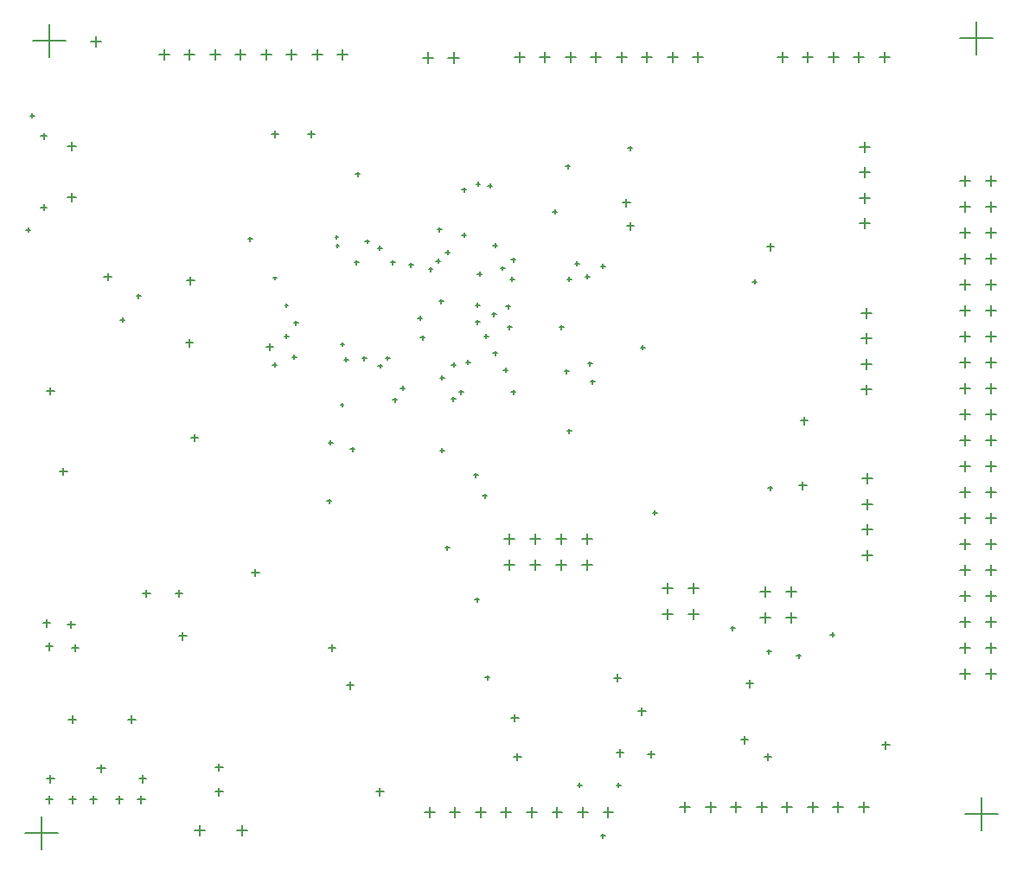
<source format=gbr>
G04*
G04 #@! TF.GenerationSoftware,Altium Limited,Altium Designer,24.2.2 (26)*
G04*
G04 Layer_Color=128*
%FSLAX44Y44*%
%MOMM*%
G71*
G04*
G04 #@! TF.SameCoordinates,251A4116-46B9-4EB5-9C36-AF9AACF17162*
G04*
G04*
G04 #@! TF.FilePolarity,Positive*
G04*
G01*
G75*
%ADD10C,0.1270*%
D10*
X219690Y30480D02*
X229890D01*
X224790Y25380D02*
Y35580D01*
X112360Y139440D02*
X120360D01*
X116360Y135440D02*
Y143440D01*
X82360Y91440D02*
X90360D01*
X86360Y87440D02*
Y95440D01*
X54360Y139440D02*
X62360D01*
X58360Y135440D02*
Y143440D01*
X76180Y802640D02*
X86380D01*
X81280Y797540D02*
Y807740D01*
X177780Y30480D02*
X187980D01*
X182880Y25380D02*
Y35580D01*
X268050Y789940D02*
X278050D01*
X273050Y784940D02*
Y794940D01*
X830660Y537210D02*
X840660D01*
X835660Y532210D02*
Y542210D01*
X616030Y787400D02*
X626030D01*
X621030Y782400D02*
Y792400D01*
X848440Y787400D02*
X858440D01*
X853440Y782400D02*
Y792400D01*
X27480Y710480D02*
X33480D01*
X30480Y707480D02*
Y713480D01*
X27480Y640480D02*
X33480D01*
X30480Y637480D02*
Y643480D01*
X53230Y700480D02*
X61730D01*
X57480Y696230D02*
Y704730D01*
X53230Y650480D02*
X61730D01*
X57480Y646230D02*
Y654730D01*
X703120Y53340D02*
X713120D01*
X708120Y48340D02*
Y58340D01*
X653120Y53340D02*
X663120D01*
X658120Y48340D02*
Y58340D01*
X753120Y53340D02*
X763120D01*
X758120Y48340D02*
Y58340D01*
X803120Y53340D02*
X813120D01*
X808120Y48340D02*
Y58340D01*
X828120Y53340D02*
X838120D01*
X833120Y48340D02*
Y58340D01*
X778120Y53340D02*
X788120D01*
X783120Y48340D02*
Y58340D01*
X678120Y53340D02*
X688120D01*
X683120Y48340D02*
Y58340D01*
X728120Y53340D02*
X738120D01*
X733120Y48340D02*
Y58340D01*
X453070Y48260D02*
X463070D01*
X458070Y43260D02*
Y53260D01*
X403070Y48260D02*
X413070D01*
X408070Y43260D02*
Y53260D01*
X503070Y48260D02*
X513070D01*
X508070Y43260D02*
Y53260D01*
X553070Y48260D02*
X563070D01*
X558070Y43260D02*
Y53260D01*
X578070Y48260D02*
X588070D01*
X583070Y43260D02*
Y53260D01*
X528070Y48260D02*
X538070D01*
X533070Y43260D02*
Y53260D01*
X428070Y48260D02*
X438070D01*
X433070Y43260D02*
Y53260D01*
X478070Y48260D02*
X488070D01*
X483070Y43260D02*
Y53260D01*
X426350Y787230D02*
X436850D01*
X431600Y781980D02*
Y792480D01*
X401350Y787230D02*
X411850D01*
X406600Y781980D02*
Y792480D01*
X143050Y789940D02*
X153050D01*
X148050Y784940D02*
Y794940D01*
X168050Y789940D02*
X178050D01*
X173050Y784940D02*
Y794940D01*
X193050Y789940D02*
X203050D01*
X198050Y784940D02*
Y794940D01*
X218050Y789940D02*
X228050D01*
X223050Y784940D02*
Y794940D01*
X318050Y789940D02*
X328050D01*
X323050Y784940D02*
Y794940D01*
X293050Y789940D02*
X303050D01*
X298050Y784940D02*
Y794940D01*
X243050Y789940D02*
X253050D01*
X248050Y784940D02*
Y794940D01*
X927610Y806450D02*
X959610D01*
X943610Y790450D02*
Y822450D01*
X11940Y27940D02*
X43940D01*
X27940Y11940D02*
Y43940D01*
X19560Y803910D02*
X51560D01*
X35560Y787910D02*
Y819910D01*
X932690Y46990D02*
X964690D01*
X948690Y30990D02*
Y62990D01*
X491030Y787400D02*
X501030D01*
X496030Y782400D02*
Y792400D01*
X516030Y787400D02*
X526030D01*
X521030Y782400D02*
Y792400D01*
X541030Y787400D02*
X551030D01*
X546030Y782400D02*
Y792400D01*
X566030Y787400D02*
X576030D01*
X571030Y782400D02*
Y792400D01*
X666030Y787400D02*
X676030D01*
X671030Y782400D02*
Y792400D01*
X641030Y787400D02*
X651030D01*
X646030Y782400D02*
Y792400D01*
X591030Y787400D02*
X601030D01*
X596030Y782400D02*
Y792400D01*
X823440Y787400D02*
X833440D01*
X828440Y782400D02*
Y792400D01*
X798440Y787400D02*
X808440D01*
X803440Y782400D02*
Y792400D01*
X773440Y787400D02*
X783440D01*
X778440Y782400D02*
Y792400D01*
X748440Y787400D02*
X758440D01*
X753440Y782400D02*
Y792400D01*
X829390Y699840D02*
X839390D01*
X834390Y694840D02*
Y704840D01*
X829390Y674840D02*
X839390D01*
X834390Y669840D02*
Y679840D01*
X829390Y624840D02*
X839390D01*
X834390Y619840D02*
Y629840D01*
X829390Y649840D02*
X839390D01*
X834390Y644840D02*
Y654840D01*
X830660Y512210D02*
X840660D01*
X835660Y507210D02*
Y517210D01*
X830660Y462210D02*
X840660D01*
X835660Y457210D02*
Y467210D01*
X830660Y487210D02*
X840660D01*
X835660Y482210D02*
Y492210D01*
X927080Y463550D02*
X937280D01*
X932180Y458450D02*
Y468650D01*
X952480Y463550D02*
X962680D01*
X957580Y458450D02*
Y468650D01*
X927080Y438150D02*
X937280D01*
X932180Y433050D02*
Y443250D01*
X927080Y412750D02*
X937280D01*
X932180Y407650D02*
Y417850D01*
X952480Y438150D02*
X962680D01*
X957580Y433050D02*
Y443250D01*
X952480Y412750D02*
X962680D01*
X957580Y407650D02*
Y417850D01*
X927080Y311150D02*
X937280D01*
X932180Y306050D02*
Y316250D01*
X927080Y285750D02*
X937280D01*
X932180Y280650D02*
Y290850D01*
X952480Y311150D02*
X962680D01*
X957580Y306050D02*
Y316250D01*
X952480Y285750D02*
X962680D01*
X957580Y280650D02*
Y290850D01*
X927080Y184150D02*
X937280D01*
X932180Y179050D02*
Y189250D01*
X952480Y209550D02*
X962680D01*
X957580Y204450D02*
Y214650D01*
X927080Y209550D02*
X937280D01*
X932180Y204450D02*
Y214650D01*
X952480Y234950D02*
X962680D01*
X957580Y229850D02*
Y240050D01*
X927080Y234950D02*
X937280D01*
X932180Y229850D02*
Y240050D01*
X952480Y260350D02*
X962680D01*
X957580Y255250D02*
Y265450D01*
X927080Y260350D02*
X937280D01*
X932180Y255250D02*
Y265450D01*
X952480Y336550D02*
X962680D01*
X957580Y331450D02*
Y341650D01*
X927080Y336550D02*
X937280D01*
X932180Y331450D02*
Y341650D01*
X952480Y361950D02*
X962680D01*
X957580Y356850D02*
Y367050D01*
X952480Y387350D02*
X962680D01*
X957580Y382250D02*
Y392450D01*
X927080Y361950D02*
X937280D01*
X932180Y356850D02*
Y367050D01*
X927080Y387350D02*
X937280D01*
X932180Y382250D02*
Y392450D01*
X952480Y488950D02*
X962680D01*
X957580Y483850D02*
Y494050D01*
X952480Y514350D02*
X962680D01*
X957580Y509250D02*
Y519450D01*
X952480Y539750D02*
X962680D01*
X957580Y534650D02*
Y544850D01*
X952480Y565150D02*
X962680D01*
X957580Y560050D02*
Y570250D01*
X927080Y488950D02*
X937280D01*
X932180Y483850D02*
Y494050D01*
X927080Y514350D02*
X937280D01*
X932180Y509250D02*
Y519450D01*
X927080Y539750D02*
X937280D01*
X932180Y534650D02*
Y544850D01*
X927080Y565150D02*
X937280D01*
X932180Y560050D02*
Y570250D01*
X952480Y590550D02*
X962680D01*
X957580Y585450D02*
Y595650D01*
X952480Y641350D02*
X962680D01*
X957580Y636250D02*
Y646450D01*
X952480Y666750D02*
X962680D01*
X957580Y661650D02*
Y671850D01*
X927080Y590550D02*
X937280D01*
X932180Y585450D02*
Y595650D01*
X927080Y615950D02*
X937280D01*
X932180Y610850D02*
Y621050D01*
X927080Y641350D02*
X937280D01*
X932180Y636250D02*
Y646450D01*
X927080Y666750D02*
X937280D01*
X932180Y661650D02*
Y671850D01*
X952480Y184150D02*
X962680D01*
X957580Y179050D02*
Y189250D01*
X952480Y615950D02*
X962680D01*
X957580Y610850D02*
Y621050D01*
X481310Y290830D02*
X491510D01*
X486410Y285730D02*
Y295930D01*
X481310Y316230D02*
X491510D01*
X486410Y311130D02*
Y321330D01*
X506710Y290830D02*
X516910D01*
X511810Y285730D02*
Y295930D01*
X506710Y316230D02*
X516910D01*
X511810Y311130D02*
Y321330D01*
X532110Y290830D02*
X542310D01*
X537210Y285730D02*
Y295930D01*
X532110Y316230D02*
X542310D01*
X537210Y311130D02*
Y321330D01*
X557510Y290830D02*
X567710D01*
X562610Y285730D02*
Y295930D01*
X557510Y316230D02*
X567710D01*
X562610Y311130D02*
Y321330D01*
X661650Y267970D02*
X671850D01*
X666750Y262870D02*
Y273070D01*
X661650Y242570D02*
X671850D01*
X666750Y237470D02*
Y247670D01*
X636250Y267970D02*
X646450D01*
X641350Y262870D02*
Y273070D01*
X636250Y242570D02*
X646450D01*
X641350Y237470D02*
Y247670D01*
X756900Y264160D02*
X767100D01*
X762000Y259060D02*
Y269260D01*
X756900Y238760D02*
X767100D01*
X762000Y233660D02*
Y243860D01*
X731500Y264160D02*
X741700D01*
X736600Y259060D02*
Y269260D01*
X731500Y238760D02*
X741700D01*
X736600Y233660D02*
Y243860D01*
X831930Y325120D02*
X841930D01*
X836930Y320120D02*
Y330120D01*
X831930Y300120D02*
X841930D01*
X836930Y295120D02*
Y305120D01*
X831930Y350120D02*
X841930D01*
X836930Y345120D02*
Y355120D01*
X831930Y375120D02*
X841930D01*
X836930Y370120D02*
Y380120D01*
X45974Y382270D02*
X53086D01*
X49530Y378714D02*
Y385826D01*
X33274Y461010D02*
X40386D01*
X36830Y457454D02*
Y464566D01*
X127254Y262890D02*
X134366D01*
X130810Y259334D02*
Y266446D01*
X13208Y618490D02*
X17272D01*
X15240Y616458D02*
Y620522D01*
X53594Y232410D02*
X60706D01*
X57150Y228854D02*
Y235966D01*
X602488Y698500D02*
X606552D01*
X604520Y696468D02*
Y700532D01*
X233934Y283210D02*
X241046D01*
X237490Y279654D02*
Y286766D01*
X355854Y68580D02*
X362966D01*
X359410Y65024D02*
Y72136D01*
X326644Y172720D02*
X333756D01*
X330200Y169164D02*
Y176276D01*
X423418Y307340D02*
X427482D01*
X425450Y305308D02*
Y309372D01*
X17018Y730250D02*
X21082D01*
X19050Y728218D02*
Y732282D01*
X159004Y262890D02*
X166116D01*
X162560Y259334D02*
Y266446D01*
X462788Y180340D02*
X466852D01*
X464820Y178308D02*
Y182372D01*
X29464Y233680D02*
X36576D01*
X33020Y230124D02*
Y237236D01*
X230378Y609600D02*
X234442D01*
X232410Y607568D02*
Y611632D01*
X89408Y572770D02*
X96520D01*
X92964Y569214D02*
Y576326D01*
X170434Y568960D02*
X177546D01*
X173990Y565404D02*
Y572516D01*
X247904Y504190D02*
X255016D01*
X251460Y500634D02*
Y507746D01*
X100584Y60960D02*
X107696D01*
X104140Y57404D02*
Y64516D01*
X169164Y508000D02*
X176276D01*
X172720Y504444D02*
Y511556D01*
X174244Y415290D02*
X181356D01*
X177800Y411734D02*
Y418846D01*
X552958Y75184D02*
X557022D01*
X554990Y73152D02*
Y77216D01*
X123804Y81280D02*
X130916D01*
X127360Y77724D02*
Y84836D01*
X122174Y60960D02*
X129286D01*
X125730Y57404D02*
Y64516D01*
X769874Y368300D02*
X776986D01*
X773430Y364744D02*
Y371856D01*
X771144Y431800D02*
X778256D01*
X774700Y428244D02*
Y435356D01*
X612394Y147320D02*
X619506D01*
X615950Y143764D02*
Y150876D01*
X320895Y447387D02*
X323943D01*
X322419Y445863D02*
Y448911D01*
X324358Y491490D02*
X328422D01*
X326390Y489458D02*
Y493522D01*
X266446Y544830D02*
X269494D01*
X267970Y543306D02*
Y546354D01*
X275239Y527608D02*
X279303D01*
X277271Y525576D02*
Y529640D01*
X265938Y514350D02*
X270002D01*
X267970Y512318D02*
Y516382D01*
X273558Y494030D02*
X277622D01*
X275590Y491998D02*
Y496062D01*
X597154Y645160D02*
X604266D01*
X600710Y641604D02*
Y648716D01*
X255016Y571500D02*
X258064D01*
X256540Y569976D02*
Y573024D01*
X321056Y506730D02*
X324104D01*
X322580Y505206D02*
Y508254D01*
X542798Y421640D02*
X546862D01*
X544830Y419608D02*
Y423672D01*
X488188Y459740D02*
X492252D01*
X490220Y457708D02*
Y461772D01*
X484378Y523240D02*
X488442D01*
X486410Y521208D02*
Y525272D01*
X335788Y673100D02*
X339852D01*
X337820Y671068D02*
Y675132D01*
X535178Y523240D02*
X539242D01*
X537210Y521208D02*
Y525272D01*
X575818Y582930D02*
X579882D01*
X577850Y580898D02*
Y584962D01*
X560578Y572770D02*
X564642D01*
X562610Y570738D02*
Y574802D01*
X550418Y585470D02*
X554482D01*
X552450Y583438D02*
Y587502D01*
X565658Y469900D02*
X569722D01*
X567690Y467868D02*
Y471932D01*
X452628Y256540D02*
X456692D01*
X454660Y254508D02*
Y258572D01*
X541528Y680720D02*
X545592D01*
X543560Y678688D02*
Y682752D01*
X439928Y657860D02*
X443992D01*
X441960Y655828D02*
Y659892D01*
X453677Y663362D02*
X457741D01*
X455709Y661330D02*
Y665394D01*
X415662Y619139D02*
X419726D01*
X417694Y617107D02*
Y621171D01*
X387858Y584200D02*
X391922D01*
X389890Y582168D02*
Y586232D01*
X370078Y586740D02*
X374142D01*
X372110Y584708D02*
Y588772D01*
X423648Y596670D02*
X427712D01*
X425680Y594638D02*
Y598702D01*
X439708Y613568D02*
X443772D01*
X441740Y611536D02*
Y615600D01*
X254508Y486410D02*
X258572D01*
X256540Y484378D02*
Y488442D01*
X330708Y403860D02*
X334772D01*
X332740Y401828D02*
Y405892D01*
X767588Y201676D02*
X771652D01*
X769620Y199644D02*
Y203708D01*
X588264Y180086D02*
X595376D01*
X591820Y176530D02*
Y183642D01*
X738378Y205740D02*
X742442D01*
X740410Y203708D02*
Y207772D01*
X717846Y174474D02*
X724958D01*
X721402Y170918D02*
Y178030D01*
X800608Y222250D02*
X804672D01*
X802640Y220218D02*
Y224282D01*
X600964Y622300D02*
X608076D01*
X604520Y618744D02*
Y625856D01*
X528828Y636270D02*
X532892D01*
X530860Y634238D02*
Y638302D01*
X542798Y570230D02*
X546862D01*
X544830Y568198D02*
Y572262D01*
X121158Y553720D02*
X125222D01*
X123190Y551688D02*
Y555752D01*
X307848Y353060D02*
X311912D01*
X309880Y351028D02*
Y355092D01*
X252984Y712470D02*
X260096D01*
X256540Y708914D02*
Y716026D01*
X288544Y712470D02*
X295656D01*
X292100Y708914D02*
Y716026D01*
X490474Y102870D02*
X497586D01*
X494030Y99314D02*
Y106426D01*
X621284Y105410D02*
X628396D01*
X624840Y101854D02*
Y108966D01*
X735584Y102870D02*
X742696D01*
X739140Y99314D02*
Y106426D01*
X851154Y114300D02*
X858266D01*
X854710Y110744D02*
Y117856D01*
X591058Y75184D02*
X595122D01*
X593090Y73152D02*
Y77216D01*
X712724Y119380D02*
X719836D01*
X716280Y115824D02*
Y122936D01*
X590804Y106680D02*
X597916D01*
X594360Y103124D02*
Y110236D01*
X487934Y140970D02*
X495046D01*
X491490Y137414D02*
Y144526D01*
X308864Y209550D02*
X315976D01*
X312420Y205994D02*
Y213106D01*
X105389Y530536D02*
X109453D01*
X107421Y528504D02*
Y532568D01*
X162814Y220980D02*
X169926D01*
X166370Y217424D02*
Y224536D01*
X738124Y601980D02*
X745236D01*
X741680Y598424D02*
Y605536D01*
X315577Y611800D02*
X318625D01*
X317101Y610276D02*
Y613324D01*
X334518Y586740D02*
X338582D01*
X336550Y584708D02*
Y588772D01*
X465328Y661670D02*
X469392D01*
X467360Y659638D02*
Y663702D01*
X488188Y589280D02*
X492252D01*
X490220Y587248D02*
Y591312D01*
X477476Y581198D02*
X481540D01*
X479508Y579166D02*
Y583230D01*
X470177Y603481D02*
X474240D01*
X472209Y601450D02*
Y605513D01*
X486867Y570281D02*
X490931D01*
X488899Y568249D02*
Y572313D01*
X455168Y575310D02*
X459232D01*
X457200Y573278D02*
Y577342D01*
X469138Y535940D02*
X473202D01*
X471170Y533908D02*
Y537972D01*
X453136Y544830D02*
X457200D01*
X455168Y542798D02*
Y546862D01*
X452952Y528320D02*
X457016D01*
X454985Y526288D02*
Y530352D01*
X407138Y580160D02*
X411202D01*
X409170Y578128D02*
Y582192D01*
X414274Y588009D02*
X418338D01*
X416306Y585977D02*
Y590041D01*
X417576Y548640D02*
X421640D01*
X419608Y546608D02*
Y550672D01*
X396748Y532130D02*
X400812D01*
X398780Y530098D02*
Y534162D01*
X399288Y513080D02*
X403352D01*
X401320Y511048D02*
Y515112D01*
X357554Y485420D02*
X361618D01*
X359586Y483388D02*
Y487452D01*
X365041Y493019D02*
X369105D01*
X367073Y490987D02*
Y495051D01*
X342138Y492760D02*
X346202D01*
X344170Y490728D02*
Y494792D01*
X563118Y487680D02*
X567182D01*
X565150Y485648D02*
Y489712D01*
X614604Y503504D02*
X618668D01*
X616636Y501472D02*
Y505536D01*
X540258Y480060D02*
X544322D01*
X542290Y478028D02*
Y482092D01*
X702818Y228600D02*
X706882D01*
X704850Y226568D02*
Y230632D01*
X626618Y341630D02*
X630682D01*
X628650Y339598D02*
Y343662D01*
X357378Y600710D02*
X361442D01*
X359410Y598678D02*
Y602742D01*
X344932Y607314D02*
X348996D01*
X346964Y605282D02*
Y609346D01*
X418338Y473710D02*
X422402D01*
X420370Y471678D02*
Y475742D01*
X429298Y452920D02*
X433362D01*
X431330Y450888D02*
Y454952D01*
X436880Y459683D02*
X440944D01*
X438912Y457651D02*
Y461715D01*
X443738Y488950D02*
X447802D01*
X445770Y486918D02*
Y490982D01*
X429768Y486410D02*
X433832D01*
X431800Y484378D02*
Y488442D01*
X418338Y402590D02*
X422402D01*
X420370Y400558D02*
Y404622D01*
X451358Y378460D02*
X455422D01*
X453390Y376428D02*
Y380492D01*
X470408Y497840D02*
X474472D01*
X472440Y495808D02*
Y499872D01*
X480568Y481330D02*
X484632D01*
X482600Y479298D02*
Y483362D01*
X461518Y514350D02*
X465582D01*
X463550Y512318D02*
Y516382D01*
X739648Y365760D02*
X743712D01*
X741680Y363728D02*
Y367792D01*
X724408Y567690D02*
X728472D01*
X726440Y565658D02*
Y569722D01*
X460248Y358140D02*
X464312D01*
X462280Y356108D02*
Y360172D01*
X372110Y452120D02*
X376174D01*
X374142Y450088D02*
Y454152D01*
X379762Y463804D02*
X383825D01*
X381794Y461772D02*
Y465836D01*
X316501Y603250D02*
X319549D01*
X318025Y601726D02*
Y604774D01*
X33274Y81280D02*
X40386D01*
X36830Y77724D02*
Y84836D01*
X198374Y92710D02*
X205486D01*
X201930Y89154D02*
Y96266D01*
X198374Y68580D02*
X205486D01*
X201930Y65024D02*
Y72136D01*
X57404Y209550D02*
X64516D01*
X60960Y205994D02*
Y213106D01*
X32004Y210820D02*
X39116D01*
X35560Y207264D02*
Y214376D01*
X75184Y60960D02*
X82296D01*
X78740Y57404D02*
Y64516D01*
X54864Y60960D02*
X61976D01*
X58420Y57404D02*
Y64516D01*
X32004Y60960D02*
X39116D01*
X35560Y57404D02*
Y64516D01*
X483108Y543560D02*
X487172D01*
X485140Y541528D02*
Y545592D01*
X309118Y410210D02*
X313182D01*
X311150Y408178D02*
Y412242D01*
X575818Y25400D02*
X579882D01*
X577850Y23368D02*
Y27432D01*
M02*

</source>
